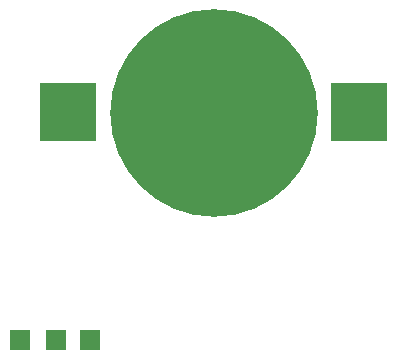
<source format=gbr>
G04 DipTrace 3.0.0.2*
G04 TopPaste.gbr*
%MOIN*%
G04 #@! TF.FileFunction,Paste,Top*
G04 #@! TF.Part,Single*
%ADD55R,0.188976X0.192126*%
%ADD57C,0.692126*%
%ADD65R,0.070866X0.070866*%
%FSLAX26Y26*%
G04*
G70*
G90*
G75*
G01*
G04 TopPaste*
%LPD*%
D65*
X2504576Y6331791D3*
X2623325D3*
X2737450Y6331201D3*
D57*
X3149606Y7088583D3*
D55*
X3633071Y7089764D3*
X2665748D3*
M02*

</source>
